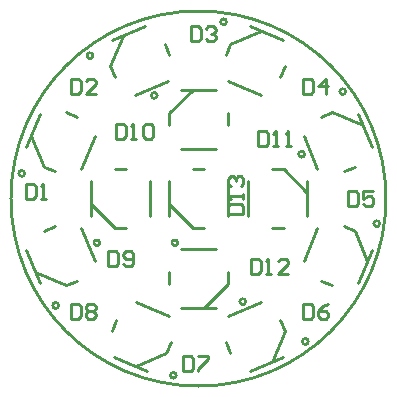
<source format=gto>
%FSLAX25Y25*%
%MOIN*%
G70*
G01*
G75*
G04 Layer_Color=65535*
%ADD10R,0.05906X0.05906*%
%ADD11R,0.05906X0.05906*%
%ADD12P,0.08352X4X337.5*%
%ADD13P,0.08352X4X382.5*%
%ADD14P,0.08352X4X67.5*%
%ADD15P,0.08352X4X112.5*%
%ADD16C,0.02500*%
%ADD17C,0.04000*%
%ADD18R,0.05000X0.08000*%
%ADD19R,0.12205X0.17716*%
%ADD20C,0.05000*%
%ADD21C,0.01000*%
D21*
X1162500Y800000D02*
G03*
X1162500Y800000I-62500J0D01*
G01*
X1093110Y785236D02*
G03*
X1093110Y785236I-984J0D01*
G01*
X1115748Y765626D02*
G03*
X1115748Y765626I-984J0D01*
G01*
X1135358Y814764D02*
G03*
X1135358Y814764I-984J0D01*
G01*
X1086220Y834374D02*
G03*
X1086220Y834374I-984J0D01*
G01*
X1067110Y785236D02*
G03*
X1067110Y785236I-984J0D01*
G01*
X1053360Y764347D02*
G03*
X1053360Y764347I-984J0D01*
G01*
X1092611Y741076D02*
G03*
X1092611Y741076I-984J0D01*
G01*
X1136637Y752375D02*
G03*
X1136637Y752375I-984J0D01*
G01*
X1160409Y791627D02*
G03*
X1160409Y791627I-984J0D01*
G01*
X1149109Y835653D02*
G03*
X1149109Y835653I-984J0D01*
G01*
X1109358Y858924D02*
G03*
X1109358Y858924I-984J0D01*
G01*
X1064831Y847625D02*
G03*
X1064831Y847625I-984J0D01*
G01*
X1042060Y808373D02*
G03*
X1042060Y808373I-984J0D01*
G01*
X1098032Y790158D02*
X1101968D01*
X1098032Y809842D02*
X1101968D01*
X1090158Y805906D02*
X1090158Y794095D01*
X1109842Y794095D02*
Y805906D01*
X1090158Y798032D02*
X1098032Y790158D01*
X1109842Y771531D02*
Y775468D01*
X1090158Y771531D02*
Y775468D01*
X1094094Y763658D02*
X1105906D01*
X1094094Y783343D02*
X1105906D01*
X1101968Y763658D02*
X1109842Y771531D01*
X1124531Y809842D02*
X1128469D01*
X1124531Y790158D02*
X1128469D01*
X1136343Y794095D02*
Y805906D01*
X1116658Y794095D02*
Y805906D01*
X1128469Y809842D02*
X1136343Y801968D01*
X1090158Y824531D02*
Y828469D01*
X1109842Y824531D02*
Y828469D01*
X1094094Y836343D02*
X1105906D01*
X1094094Y816658D02*
X1105906D01*
X1090158Y828469D02*
X1098032Y836343D01*
X1072031Y790158D02*
X1075968D01*
X1072031Y809842D02*
X1075968D01*
X1064157Y805906D02*
X1064157Y794095D01*
X1083842Y794095D02*
Y805906D01*
X1064157Y798032D02*
X1072031Y790158D01*
X1055948Y771153D02*
X1059585Y772660D01*
X1048415Y789340D02*
X1052052Y790847D01*
X1042647Y782689D02*
X1047167Y771777D01*
X1060833Y790223D02*
X1065353Y779311D01*
X1045660Y775415D02*
X1055948Y771153D01*
X1089340Y748415D02*
X1090847Y752052D01*
X1071153Y755948D02*
X1072660Y759585D01*
X1071777Y747167D02*
X1082689Y742647D01*
X1079311Y765353D02*
X1090223Y760833D01*
X1079052Y744153D02*
X1089340Y748415D01*
X1127340Y759585D02*
X1128847Y755948D01*
X1109153Y752052D02*
X1110660Y748415D01*
X1117311Y742647D02*
X1128223Y747167D01*
X1109777Y760833D02*
X1120689Y765353D01*
X1124585Y745660D02*
X1128847Y755948D01*
X1148448Y790847D02*
X1152085Y789340D01*
X1140915Y772660D02*
X1144552Y771153D01*
X1153333Y771777D02*
X1157853Y782689D01*
X1135147Y779311D02*
X1139667Y790223D01*
X1152085Y789340D02*
X1156347Y779052D01*
X1140915Y827340D02*
X1144552Y828847D01*
X1148448Y809153D02*
X1152085Y810660D01*
X1153333Y828223D02*
X1157853Y817311D01*
X1135147Y820689D02*
X1139667Y809778D01*
X1144552Y828847D02*
X1154840Y824585D01*
X1109153Y847948D02*
X1110660Y851585D01*
X1127340Y840415D02*
X1128847Y844052D01*
X1117311Y857353D02*
X1128223Y852833D01*
X1109777Y839167D02*
X1120689Y834647D01*
X1110660Y851585D02*
X1120948Y855847D01*
X1070653Y844052D02*
X1072160Y840415D01*
X1088840Y851585D02*
X1090347Y847948D01*
X1071277Y852833D02*
X1082189Y857353D01*
X1078811Y834647D02*
X1089723Y839167D01*
X1070653Y844052D02*
X1074915Y854340D01*
X1048415Y810660D02*
X1052052Y809153D01*
X1055948Y828847D02*
X1059585Y827340D01*
X1042647Y817311D02*
X1047167Y828223D01*
X1060833Y809777D02*
X1065353Y820689D01*
X1044153Y820948D02*
X1048415Y810660D01*
X1042500Y804998D02*
Y800000D01*
X1044999D01*
X1045832Y800833D01*
Y804165D01*
X1044999Y804998D01*
X1042500D01*
X1047498Y800000D02*
X1049164D01*
X1048331D01*
Y804998D01*
X1047498Y804165D01*
X1057500Y839998D02*
Y835000D01*
X1059999D01*
X1060832Y835833D01*
Y839165D01*
X1059999Y839998D01*
X1057500D01*
X1065831Y835000D02*
X1062498D01*
X1065831Y838332D01*
Y839165D01*
X1064998Y839998D01*
X1063331D01*
X1062498Y839165D01*
X1097500Y857498D02*
Y852500D01*
X1099999D01*
X1100832Y853333D01*
Y856665D01*
X1099999Y857498D01*
X1097500D01*
X1102498Y856665D02*
X1103331Y857498D01*
X1104998D01*
X1105831Y856665D01*
Y855832D01*
X1104998Y854999D01*
X1104165D01*
X1104998D01*
X1105831Y854166D01*
Y853333D01*
X1104998Y852500D01*
X1103331D01*
X1102498Y853333D01*
X1135000Y839998D02*
Y835000D01*
X1137499D01*
X1138332Y835833D01*
Y839165D01*
X1137499Y839998D01*
X1135000D01*
X1142498Y835000D02*
Y839998D01*
X1139998Y837499D01*
X1143331D01*
X1150000Y802498D02*
Y797500D01*
X1152499D01*
X1153332Y798333D01*
Y801665D01*
X1152499Y802498D01*
X1150000D01*
X1158331D02*
X1154998D01*
Y799999D01*
X1156664Y800832D01*
X1157498D01*
X1158331Y799999D01*
Y798333D01*
X1157498Y797500D01*
X1155831D01*
X1154998Y798333D01*
X1135000Y764998D02*
Y760000D01*
X1137499D01*
X1138332Y760833D01*
Y764165D01*
X1137499Y764998D01*
X1135000D01*
X1143331D02*
X1141665Y764165D01*
X1139998Y762499D01*
Y760833D01*
X1140831Y760000D01*
X1142498D01*
X1143331Y760833D01*
Y761666D01*
X1142498Y762499D01*
X1139998D01*
X1095000Y747498D02*
Y742500D01*
X1097499D01*
X1098332Y743333D01*
Y746665D01*
X1097499Y747498D01*
X1095000D01*
X1099998D02*
X1103331D01*
Y746665D01*
X1099998Y743333D01*
Y742500D01*
X1057500Y764998D02*
Y760000D01*
X1059999D01*
X1060832Y760833D01*
Y764165D01*
X1059999Y764998D01*
X1057500D01*
X1062498Y764165D02*
X1063331Y764998D01*
X1064998D01*
X1065831Y764165D01*
Y763332D01*
X1064998Y762499D01*
X1065831Y761666D01*
Y760833D01*
X1064998Y760000D01*
X1063331D01*
X1062498Y760833D01*
Y761666D01*
X1063331Y762499D01*
X1062498Y763332D01*
Y764165D01*
X1063331Y762499D02*
X1064998D01*
X1070000Y782498D02*
Y777500D01*
X1072499D01*
X1073332Y778333D01*
Y781665D01*
X1072499Y782498D01*
X1070000D01*
X1074998Y778333D02*
X1075831Y777500D01*
X1077498D01*
X1078331Y778333D01*
Y781665D01*
X1077498Y782498D01*
X1075831D01*
X1074998Y781665D01*
Y780832D01*
X1075831Y779999D01*
X1078331D01*
X1072500Y824998D02*
Y820000D01*
X1074999D01*
X1075832Y820833D01*
Y824165D01*
X1074999Y824998D01*
X1072500D01*
X1077498Y820000D02*
X1079165D01*
X1078331D01*
Y824998D01*
X1077498Y824165D01*
X1081664D02*
X1082497Y824998D01*
X1084163D01*
X1084996Y824165D01*
Y820833D01*
X1084163Y820000D01*
X1082497D01*
X1081664Y820833D01*
Y824165D01*
X1120000Y822498D02*
Y817500D01*
X1122499D01*
X1123332Y818333D01*
Y821665D01*
X1122499Y822498D01*
X1120000D01*
X1124998Y817500D02*
X1126665D01*
X1125831D01*
Y822498D01*
X1124998Y821665D01*
X1129164Y817500D02*
X1130830D01*
X1129997D01*
Y822498D01*
X1129164Y821665D01*
X1117500Y779998D02*
Y775000D01*
X1119999D01*
X1120832Y775833D01*
Y779165D01*
X1119999Y779998D01*
X1117500D01*
X1122498Y775000D02*
X1124164D01*
X1123331D01*
Y779998D01*
X1122498Y779165D01*
X1129996Y775000D02*
X1126664D01*
X1129996Y778332D01*
Y779165D01*
X1129163Y779998D01*
X1127497D01*
X1126664Y779165D01*
X1110002Y795000D02*
X1115000D01*
Y797499D01*
X1114167Y798332D01*
X1110835D01*
X1110002Y797499D01*
Y795000D01*
X1115000Y799998D02*
Y801665D01*
Y800831D01*
X1110002D01*
X1110835Y799998D01*
Y804164D02*
X1110002Y804997D01*
Y806663D01*
X1110835Y807496D01*
X1111668D01*
X1112501Y806663D01*
Y805830D01*
Y806663D01*
X1113334Y807496D01*
X1114167D01*
X1115000Y806663D01*
Y804997D01*
X1114167Y804164D01*
M02*

</source>
